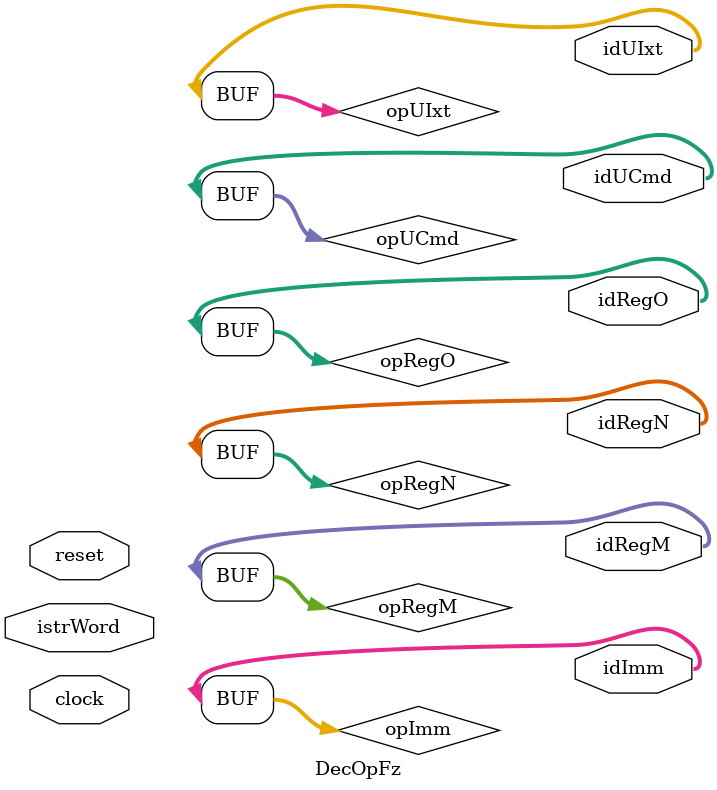
<source format=v>
module DecOpFz(
	/* verilator lint_off UNUSED */
	clock,		reset,
	istrWord,
	idRegN,		idRegM,		idRegO,
	idImm,		idUCmd,
	idUIxt
	);

input			clock;		//clock
input			reset;		//clock

input[63:0]		istrWord;	//source instruction word

output[5:0]		idRegN;
output[5:0]		idRegM;
output[5:0]		idRegO;
output[32:0]	idImm;
output[7:0]		idUCmd;
output[7:0]		idUIxt;

assign	idRegN = opRegN;
assign	idRegM = opRegM;
assign	idRegO = opRegO;
assign	idImm = opImm;
assign	idUCmd = opUCmd;
assign	idUIxt = opUIxt;

reg[5:0]		opRegN;
reg[5:0]		opRegM;
reg[5:0]		opRegO;
reg[32:0]		opImm;
reg[7:0]		opUCmd;
reg[7:0]		opUIxt;

endmodule

</source>
